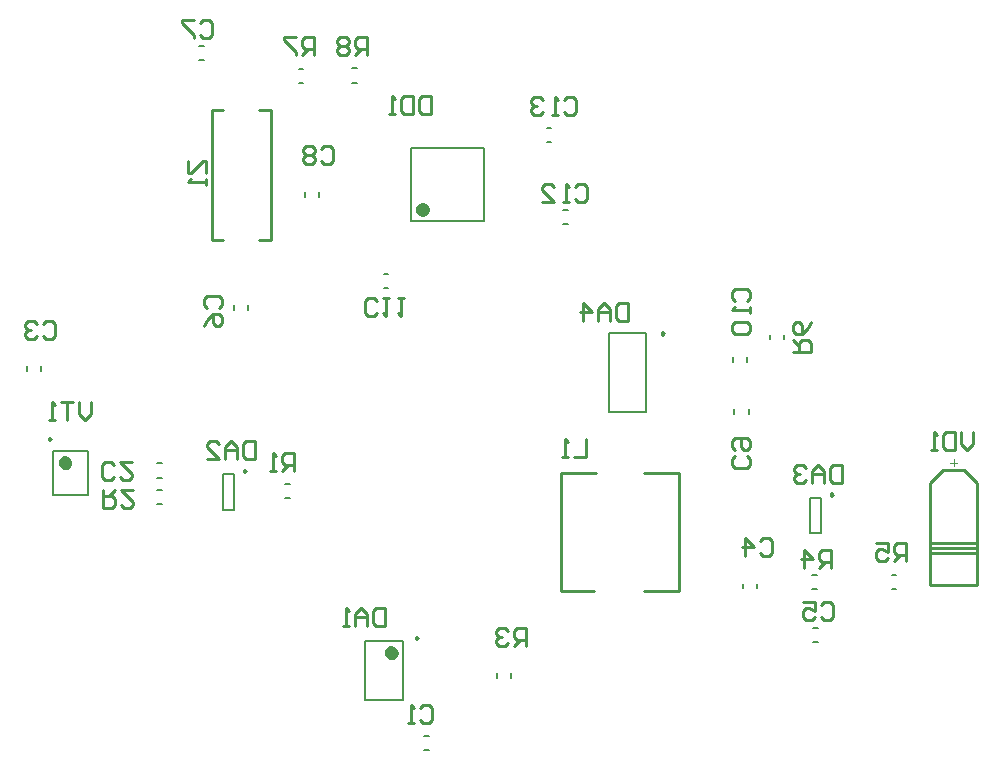
<source format=gbo>
G04*
G04 #@! TF.GenerationSoftware,Altium Limited,Altium Designer,20.1.7 (139)*
G04*
G04 Layer_Color=32896*
%FSLAX25Y25*%
%MOIN*%
G70*
G04*
G04 #@! TF.SameCoordinates,7B629D7A-5012-4778-A706-7C37D5037AAD*
G04*
G04*
G04 #@! TF.FilePolarity,Positive*
G04*
G01*
G75*
%ADD10C,0.01000*%
%ADD57C,0.00984*%
%ADD58C,0.02362*%
%ADD59C,0.00394*%
%ADD60C,0.00787*%
D10*
X346260Y147047D02*
X353346D01*
X357677Y142717D01*
X341929D02*
X346260Y147047D01*
X341929Y108858D02*
Y142717D01*
Y108858D02*
X356102D01*
X357677D02*
Y142717D01*
X356102Y108858D02*
X357677D01*
X341929Y119488D02*
X357677D01*
X341929Y121063D02*
X357677D01*
X341929Y122638D02*
X357677D01*
X258169Y106693D02*
Y126378D01*
Y146063D01*
X218799Y106693D02*
Y126378D01*
Y146063D01*
Y106693D02*
X230118D01*
X246654D02*
X258169D01*
X246555Y146063D02*
X258169D01*
X218799D02*
X230512D01*
X102461Y223819D02*
Y267126D01*
X122146Y223819D02*
Y267126D01*
X118209Y223819D02*
X122146D01*
X102461D02*
X106398D01*
X118209Y267126D02*
X122146D01*
X102461D02*
X106398D01*
X356377Y159768D02*
Y155769D01*
X354378Y153770D01*
X352379Y155769D01*
Y159768D01*
X350379D02*
Y153770D01*
X347380D01*
X346380Y154770D01*
Y158768D01*
X347380Y159768D01*
X350379D01*
X344381Y153770D02*
X342382D01*
X343381D01*
Y159768D01*
X344381Y158768D01*
X227248Y157395D02*
Y151397D01*
X223249D01*
X221250D02*
X219251D01*
X220250D01*
Y157395D01*
X221250Y156395D01*
X62438Y169851D02*
Y165852D01*
X60438Y163853D01*
X58439Y165852D01*
Y169851D01*
X56440D02*
X52441D01*
X54440D01*
Y163853D01*
X50442D02*
X48442D01*
X49442D01*
Y169851D01*
X50442Y168851D01*
X94494Y250000D02*
Y246001D01*
X95494D01*
X99492Y250000D01*
X100492D01*
Y246001D01*
Y244002D02*
Y242003D01*
Y243002D01*
X94494D01*
X95494Y244002D01*
X154358Y285396D02*
Y291394D01*
X151358D01*
X150359Y290394D01*
Y288395D01*
X151358Y287395D01*
X154358D01*
X152358D02*
X150359Y285396D01*
X148359Y290394D02*
X147360Y291394D01*
X145360D01*
X144361Y290394D01*
Y289395D01*
X145360Y288395D01*
X144361Y287395D01*
Y286396D01*
X145360Y285396D01*
X147360D01*
X148359Y286396D01*
Y287395D01*
X147360Y288395D01*
X148359Y289395D01*
Y290394D01*
X147360Y288395D02*
X145360D01*
X136496Y285298D02*
Y291296D01*
X133497D01*
X132497Y290296D01*
Y288297D01*
X133497Y287297D01*
X136496D01*
X134497D02*
X132497Y285298D01*
X130498Y291296D02*
X126499D01*
Y290296D01*
X130498Y286297D01*
Y285298D01*
X296260Y186221D02*
X302258D01*
Y189219D01*
X301258Y190219D01*
X299259D01*
X298259Y189219D01*
Y186221D01*
Y188220D02*
X296260Y190219D01*
X302258Y196217D02*
X301258Y194218D01*
X299259Y192218D01*
X297259D01*
X296260Y193218D01*
Y195218D01*
X297259Y196217D01*
X298259D01*
X299259Y195218D01*
Y192218D01*
X334107Y116606D02*
Y122605D01*
X331108D01*
X330108Y121605D01*
Y119606D01*
X331108Y118606D01*
X334107D01*
X332108D02*
X330108Y116606D01*
X324110Y122605D02*
X328109D01*
Y119606D01*
X326110Y120605D01*
X325110D01*
X324110Y119606D01*
Y117606D01*
X325110Y116606D01*
X327109D01*
X328109Y117606D01*
X309055Y114370D02*
Y120368D01*
X306056D01*
X305056Y119369D01*
Y117369D01*
X306056Y116369D01*
X309055D01*
X307056D02*
X305056Y114370D01*
X300058D02*
Y120368D01*
X303057Y117369D01*
X299058D01*
X207199Y88345D02*
Y94343D01*
X204200D01*
X203201Y93343D01*
Y91344D01*
X204200Y90344D01*
X207199D01*
X205200D02*
X203201Y88345D01*
X201201Y93343D02*
X200202Y94343D01*
X198202D01*
X197202Y93343D01*
Y92344D01*
X198202Y91344D01*
X199202D01*
X198202D01*
X197202Y90344D01*
Y89345D01*
X198202Y88345D01*
X200202D01*
X201201Y89345D01*
X66240Y140453D02*
Y134455D01*
X69239D01*
X70239Y135454D01*
Y137454D01*
X69239Y138453D01*
X66240D01*
X68239D02*
X70239Y140453D01*
X76237D02*
X72238D01*
X76237Y136454D01*
Y135454D01*
X75237Y134455D01*
X73238D01*
X72238Y135454D01*
X130096Y146760D02*
Y152758D01*
X127097D01*
X126097Y151758D01*
Y149759D01*
X127097Y148759D01*
X130096D01*
X128097D02*
X126097Y146760D01*
X124098D02*
X122099D01*
X123098D01*
Y152758D01*
X124098Y151758D01*
X175491Y271680D02*
Y265682D01*
X172492D01*
X171493Y266682D01*
Y270680D01*
X172492Y271680D01*
X175491D01*
X169493D02*
Y265682D01*
X166494D01*
X165495Y266682D01*
Y270680D01*
X166494Y271680D01*
X169493D01*
X163495Y265682D02*
X161496D01*
X162496D01*
Y271680D01*
X163495Y270680D01*
X241343Y202791D02*
Y196793D01*
X238344D01*
X237345Y197793D01*
Y201791D01*
X238344Y202791D01*
X241343D01*
X235345Y196793D02*
Y200792D01*
X233346Y202791D01*
X231347Y200792D01*
Y196793D01*
Y199792D01*
X235345D01*
X226348Y196793D02*
Y202791D01*
X229347Y199792D01*
X225348D01*
X312456Y148767D02*
Y142769D01*
X309457D01*
X308457Y143769D01*
Y147768D01*
X309457Y148767D01*
X312456D01*
X306458Y142769D02*
Y146768D01*
X304458Y148767D01*
X302459Y146768D01*
Y142769D01*
Y145768D01*
X306458D01*
X300460Y147768D02*
X299460Y148767D01*
X297461D01*
X296461Y147768D01*
Y146768D01*
X297461Y145768D01*
X298460D01*
X297461D01*
X296461Y144769D01*
Y143769D01*
X297461Y142769D01*
X299460D01*
X300460Y143769D01*
X116796Y156658D02*
Y150660D01*
X113797D01*
X112797Y151660D01*
Y155658D01*
X113797Y156658D01*
X116796D01*
X110798Y150660D02*
Y154658D01*
X108799Y156658D01*
X106799Y154658D01*
Y150660D01*
Y153659D01*
X110798D01*
X100801Y150660D02*
X104800D01*
X100801Y154658D01*
Y155658D01*
X101801Y156658D01*
X103800D01*
X104800Y155658D01*
X160219Y101043D02*
Y95045D01*
X157220D01*
X156220Y96045D01*
Y100043D01*
X157220Y101043D01*
X160219D01*
X154221Y95045D02*
Y99044D01*
X152222Y101043D01*
X150222Y99044D01*
Y95045D01*
Y98044D01*
X154221D01*
X148223Y95045D02*
X146223D01*
X147223D01*
Y101043D01*
X148223Y100043D01*
X219980Y270513D02*
X220980Y271512D01*
X222979D01*
X223979Y270513D01*
Y266514D01*
X222979Y265514D01*
X220980D01*
X219980Y266514D01*
X217981Y265514D02*
X215981D01*
X216981D01*
Y271512D01*
X217981Y270513D01*
X212982D02*
X211983Y271512D01*
X209983D01*
X208984Y270513D01*
Y269513D01*
X209983Y268513D01*
X210983D01*
X209983D01*
X208984Y267513D01*
Y266514D01*
X209983Y265514D01*
X211983D01*
X212982Y266514D01*
X223659Y241514D02*
X224658Y242514D01*
X226658D01*
X227658Y241514D01*
Y237515D01*
X226658Y236516D01*
X224658D01*
X223659Y237515D01*
X221659Y236516D02*
X219660D01*
X220660D01*
Y242514D01*
X221659Y241514D01*
X212662Y236516D02*
X216661D01*
X212662Y240514D01*
Y241514D01*
X213662Y242514D01*
X215661D01*
X216661Y241514D01*
X157739Y199529D02*
X156739Y198530D01*
X154740D01*
X153740Y199529D01*
Y203528D01*
X154740Y204528D01*
X156739D01*
X157739Y203528D01*
X159738Y204528D02*
X161738D01*
X160738D01*
Y198530D01*
X159738Y199529D01*
X164737Y204528D02*
X166736D01*
X165736D01*
Y198530D01*
X164737Y199529D01*
X276793Y203482D02*
X275793Y204481D01*
Y206481D01*
X276793Y207480D01*
X280792D01*
X281791Y206481D01*
Y204481D01*
X280792Y203482D01*
X281791Y201482D02*
Y199483D01*
Y200483D01*
X275793D01*
X276793Y201482D01*
Y196484D02*
X275793Y195484D01*
Y193485D01*
X276793Y192485D01*
X280792D01*
X281791Y193485D01*
Y195484D01*
X280792Y196484D01*
X276793D01*
X280983Y151833D02*
X281982Y150834D01*
Y148834D01*
X280983Y147835D01*
X276984D01*
X275984Y148834D01*
Y150834D01*
X276984Y151833D01*
Y153833D02*
X275984Y154832D01*
Y156832D01*
X276984Y157831D01*
X280983D01*
X281982Y156832D01*
Y154832D01*
X280983Y153833D01*
X279983D01*
X278983Y154832D01*
Y157831D01*
X139070Y253898D02*
X140069Y254898D01*
X142069D01*
X143069Y253898D01*
Y249900D01*
X142069Y248900D01*
X140069D01*
X139070Y249900D01*
X137071Y253898D02*
X136071Y254898D01*
X134071D01*
X133072Y253898D01*
Y252899D01*
X134071Y251899D01*
X133072Y250899D01*
Y249900D01*
X134071Y248900D01*
X136071D01*
X137071Y249900D01*
Y250899D01*
X136071Y251899D01*
X137071Y252899D01*
Y253898D01*
X136071Y251899D02*
X134071D01*
X98757Y296042D02*
X99757Y297041D01*
X101756D01*
X102756Y296042D01*
Y292043D01*
X101756Y291043D01*
X99757D01*
X98757Y292043D01*
X96758Y297041D02*
X92759D01*
Y296042D01*
X96758Y292043D01*
Y291043D01*
X101006Y201119D02*
X100006Y202119D01*
Y204118D01*
X101006Y205118D01*
X105004D01*
X106004Y204118D01*
Y202119D01*
X105004Y201119D01*
X100006Y195121D02*
X101006Y197121D01*
X103005Y199120D01*
X105004D01*
X106004Y198120D01*
Y196121D01*
X105004Y195121D01*
X104005D01*
X103005Y196121D01*
Y199120D01*
X305549Y101947D02*
X306548Y102947D01*
X308548D01*
X309547Y101947D01*
Y97948D01*
X308548Y96949D01*
X306548D01*
X305549Y97948D01*
X299551Y102947D02*
X303549D01*
Y99948D01*
X301550Y100947D01*
X300550D01*
X299551Y99948D01*
Y97948D01*
X300550Y96949D01*
X302550D01*
X303549Y97948D01*
X285280Y123349D02*
X286280Y124348D01*
X288279D01*
X289279Y123349D01*
Y119350D01*
X288279Y118350D01*
X286280D01*
X285280Y119350D01*
X280282Y118350D02*
Y124348D01*
X283281Y121349D01*
X279282D01*
X46413Y195820D02*
X47413Y196819D01*
X49412D01*
X50412Y195820D01*
Y191821D01*
X49412Y190821D01*
X47413D01*
X46413Y191821D01*
X44414Y195820D02*
X43414Y196819D01*
X41415D01*
X40415Y195820D01*
Y194820D01*
X41415Y193820D01*
X42414D01*
X41415D01*
X40415Y192821D01*
Y191821D01*
X41415Y190821D01*
X43414D01*
X44414Y191821D01*
X69944Y144608D02*
X68944Y143608D01*
X66945D01*
X65945Y144608D01*
Y148607D01*
X66945Y149606D01*
X68944D01*
X69944Y148607D01*
X75942Y149606D02*
X71943D01*
X75942Y145608D01*
Y144608D01*
X74942Y143608D01*
X72943D01*
X71943Y144608D01*
X172100Y67743D02*
X173100Y68743D01*
X175100D01*
X176099Y67743D01*
Y63745D01*
X175100Y62745D01*
X173100D01*
X172100Y63745D01*
X170101Y62745D02*
X168102D01*
X169102D01*
Y68743D01*
X170101Y67743D01*
D57*
X253196Y192545D02*
X252457Y192971D01*
Y192119D01*
X253196Y192545D01*
X309646Y138779D02*
X308908Y139206D01*
Y138353D01*
X309646Y138779D01*
X48917Y157382D02*
X48179Y157808D01*
Y156956D01*
X48917Y157382D01*
X113976Y146653D02*
X113238Y147080D01*
Y146227D01*
X113976Y146653D01*
X171260Y91063D02*
X170522Y91489D01*
Y90637D01*
X171260Y91063D01*
D58*
X54724Y149409D02*
X54280Y150333D01*
X53281Y150561D01*
X52479Y149922D01*
Y148897D01*
X53281Y148258D01*
X54280Y148486D01*
X54724Y149409D01*
X163484Y86122D02*
X163040Y87046D01*
X162040Y87274D01*
X161239Y86634D01*
Y85610D01*
X162040Y84971D01*
X163040Y85199D01*
X163484Y86122D01*
X174016Y233858D02*
X173571Y234782D01*
X172572Y235010D01*
X171771Y234371D01*
Y233346D01*
X172572Y232707D01*
X173571Y232935D01*
X174016Y233858D01*
D59*
X348622Y149409D02*
X349803D01*
X350984D01*
X349803Y148228D02*
Y150591D01*
D60*
X131496Y280807D02*
X133071D01*
X131496Y276083D02*
X133071D01*
X149409Y280906D02*
X150984D01*
X149409Y276181D02*
X150984D01*
X98228Y283760D02*
X99803D01*
X98228Y288484D02*
X99803D01*
X114567Y200394D02*
Y201969D01*
X109843Y200394D02*
Y201969D01*
X159843Y207677D02*
X161417D01*
X159843Y212402D02*
X161417D01*
X293307Y190551D02*
Y192126D01*
X288583Y190551D02*
Y192126D01*
X219685Y233858D02*
X221260D01*
X219685Y229134D02*
X221260D01*
X214173Y261024D02*
X215748D01*
X214173Y256299D02*
X215748D01*
X138287Y238090D02*
Y239665D01*
X133563Y238090D02*
Y239665D01*
X276378Y183071D02*
Y184646D01*
X281102Y183071D02*
Y184646D01*
X281496Y165748D02*
Y167323D01*
X276772Y165748D02*
Y167323D01*
X247290Y166364D02*
Y192742D01*
X235086Y166364D02*
Y192742D01*
X247290D01*
X235086Y166364D02*
X247290D01*
X302953Y94390D02*
X304528D01*
X302953Y89665D02*
X304528D01*
X302756Y112106D02*
X304331D01*
X302756Y107382D02*
X304331D01*
X329134Y112106D02*
X330709D01*
X329134Y107382D02*
X330709D01*
X284449Y107579D02*
Y109153D01*
X279724Y107579D02*
Y109153D01*
X302067Y137697D02*
X305610D01*
X302067Y125886D02*
X305610D01*
Y137697D01*
X302067Y125886D02*
Y137697D01*
X61417Y138779D02*
Y153347D01*
X49606Y138779D02*
Y153347D01*
Y138779D02*
X61417D01*
X49606Y153347D02*
X61417D01*
X84252Y144488D02*
X85827D01*
X84252Y149213D02*
X85827D01*
X84350Y135630D02*
X85925D01*
X84350Y140354D02*
X85925D01*
X45571Y180020D02*
Y181595D01*
X40846Y180020D02*
Y181595D01*
X127067Y137598D02*
X128642D01*
X127067Y142323D02*
X128642D01*
X106398Y145571D02*
X109941D01*
X106398Y133760D02*
X109941D01*
Y145571D01*
X106398Y133760D02*
Y145571D01*
X166240Y70374D02*
Y90059D01*
X153642Y70374D02*
Y90059D01*
X166240D01*
X153642Y70374D02*
X166240D01*
X173327Y53543D02*
X174902D01*
X173327Y58268D02*
X174902D01*
X202362Y77756D02*
Y79331D01*
X197638Y77756D02*
Y79331D01*
X168898Y254331D02*
X193307D01*
X168898Y229921D02*
X193307D01*
Y254331D01*
X168898Y229921D02*
Y254331D01*
M02*

</source>
